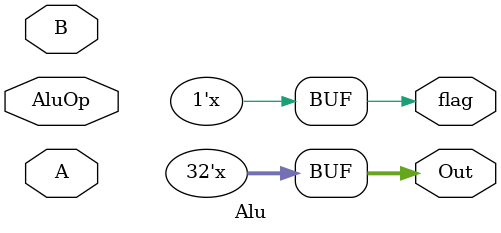
<source format=v>
`timescale 1ns / 1ps


module Alu(
    input [31:0] A,
    input [31:0] B,
    input [3:0] AluOp,
    output reg [31:0]Out,
    output reg flag
    );
    
    wire [31:0]logicOut,arithOut;
    
    reg [31:0] preOut;
    
    Logic LogicPart(A,B,AluOp,logicOut);
    Arithmetic ArithmeticPart(A,B,AluOp,arithOut);
    
    always @(*) begin
        case(AluOp[2])
        1'b1:preOut <= logicOut;
        1'b0:preOut <= arithOut;
        endcase
        
        Out <= preOut;
        flag <= &(~preOut);
    end
    
    
endmodule
</source>
